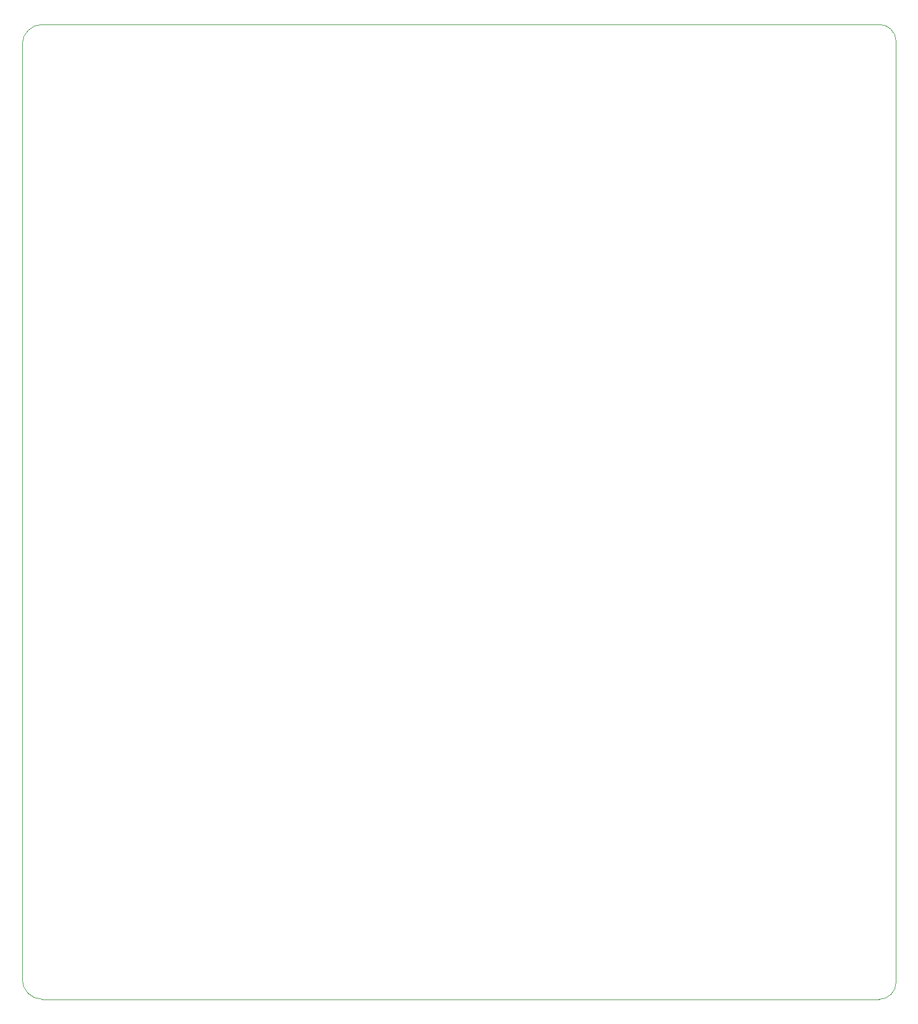
<source format=gbr>
%TF.GenerationSoftware,KiCad,Pcbnew,(7.0.0)*%
%TF.CreationDate,2024-02-08T18:30:53+01:00*%
%TF.ProjectId,AbuDhabi_ElectronBeam,41627544-6861-4626-995f-456c65637472,rev?*%
%TF.SameCoordinates,PXa6e49c0PYcef2840*%
%TF.FileFunction,Profile,NP*%
%FSLAX46Y46*%
G04 Gerber Fmt 4.6, Leading zero omitted, Abs format (unit mm)*
G04 Created by KiCad (PCBNEW (7.0.0)) date 2024-02-08 18:30:53*
%MOMM*%
%LPD*%
G01*
G04 APERTURE LIST*
%TA.AperFunction,Profile*%
%ADD10C,0.100000*%
%TD*%
G04 APERTURE END LIST*
D10*
X125000000Y0D02*
X127500000Y0D01*
X0Y3000000D02*
G75*
G03*
X3000000Y0I3000000J0D01*
G01*
X130000000Y142500000D02*
G75*
G03*
X127500000Y145000000I-2500000J0D01*
G01*
X130000000Y142000000D02*
X130000000Y3250000D01*
X3000000Y145000000D02*
X127500000Y145000000D01*
X125000000Y0D02*
X3000000Y0D01*
X0Y3000000D02*
X0Y142000000D01*
X130000000Y2500000D02*
X130000000Y3250000D01*
X130000000Y142500000D02*
X130000000Y142000000D01*
X127500000Y0D02*
G75*
G03*
X130000000Y2500000I0J2500000D01*
G01*
X3000000Y145000000D02*
G75*
G03*
X0Y142000000I0J-3000000D01*
G01*
M02*

</source>
